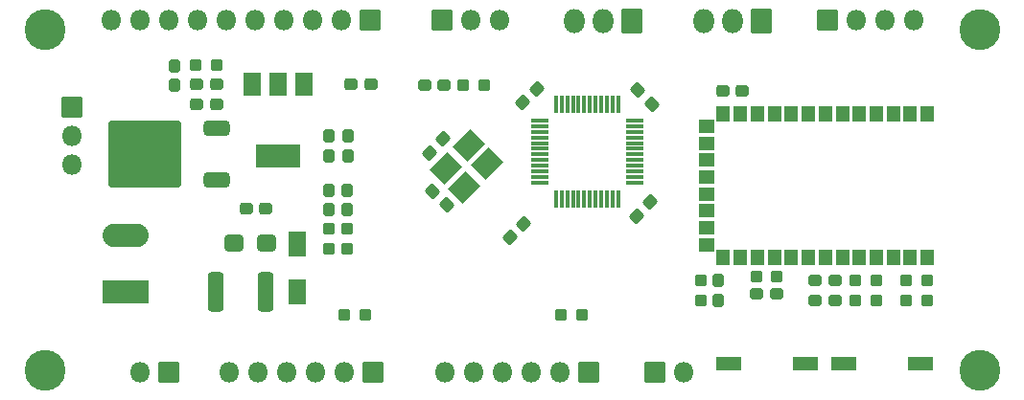
<source format=gbr>
%TF.GenerationSoftware,KiCad,Pcbnew,7.0.5*%
%TF.CreationDate,2023-07-07T02:12:31+07:00*%
%TF.ProjectId,snaaur_v1,736e6161-7572-45f7-9631-2e6b69636164,rev?*%
%TF.SameCoordinates,Original*%
%TF.FileFunction,Soldermask,Top*%
%TF.FilePolarity,Negative*%
%FSLAX46Y46*%
G04 Gerber Fmt 4.6, Leading zero omitted, Abs format (unit mm)*
G04 Created by KiCad (PCBNEW 7.0.5) date 2023-07-07 02:12:31*
%MOMM*%
%LPD*%
G01*
G04 APERTURE LIST*
G04 Aperture macros list*
%AMRoundRect*
0 Rectangle with rounded corners*
0 $1 Rounding radius*
0 $2 $3 $4 $5 $6 $7 $8 $9 X,Y pos of 4 corners*
0 Add a 4 corners polygon primitive as box body*
4,1,4,$2,$3,$4,$5,$6,$7,$8,$9,$2,$3,0*
0 Add four circle primitives for the rounded corners*
1,1,$1+$1,$2,$3*
1,1,$1+$1,$4,$5*
1,1,$1+$1,$6,$7*
1,1,$1+$1,$8,$9*
0 Add four rect primitives between the rounded corners*
20,1,$1+$1,$2,$3,$4,$5,0*
20,1,$1+$1,$4,$5,$6,$7,0*
20,1,$1+$1,$6,$7,$8,$9,0*
20,1,$1+$1,$8,$9,$2,$3,0*%
G04 Aperture macros list end*
%ADD10RoundRect,0.288300X-0.044194X-0.380070X0.380070X0.044194X0.044194X0.380070X-0.380070X-0.044194X0*%
%ADD11RoundRect,0.288300X-0.237500X0.250000X-0.237500X-0.250000X0.237500X-0.250000X0.237500X0.250000X0*%
%ADD12RoundRect,0.050800X-0.750000X1.045000X-0.750000X-1.045000X0.750000X-1.045000X0.750000X1.045000X0*%
%ADD13RoundRect,0.288300X0.237500X-0.250000X0.237500X0.250000X-0.237500X0.250000X-0.237500X-0.250000X0*%
%ADD14RoundRect,0.288300X0.380070X-0.044194X-0.044194X0.380070X-0.380070X0.044194X0.044194X-0.380070X0*%
%ADD15RoundRect,0.300800X0.537500X0.425000X-0.537500X0.425000X-0.537500X-0.425000X0.537500X-0.425000X0*%
%ADD16C,3.601600*%
%ADD17RoundRect,0.288300X0.250000X0.237500X-0.250000X0.237500X-0.250000X-0.237500X0.250000X-0.237500X0*%
%ADD18RoundRect,0.050800X-0.750000X1.000000X-0.750000X-1.000000X0.750000X-1.000000X0.750000X1.000000X0*%
%ADD19RoundRect,0.050800X-1.900000X1.000000X-1.900000X-1.000000X1.900000X-1.000000X1.900000X1.000000X0*%
%ADD20RoundRect,0.288300X-0.250000X-0.237500X0.250000X-0.237500X0.250000X0.237500X-0.250000X0.237500X0*%
%ADD21RoundRect,0.050800X1.080000X0.560000X-1.080000X0.560000X-1.080000X-0.560000X1.080000X-0.560000X0*%
%ADD22RoundRect,0.300800X-0.400000X-1.450000X0.400000X-1.450000X0.400000X1.450000X-0.400000X1.450000X0*%
%ADD23RoundRect,0.288300X-0.287500X-0.237500X0.287500X-0.237500X0.287500X0.237500X-0.287500X0.237500X0*%
%ADD24RoundRect,0.288300X-0.300000X-0.237500X0.300000X-0.237500X0.300000X0.237500X-0.300000X0.237500X0*%
%ADD25RoundRect,0.288300X0.044194X0.380070X-0.380070X-0.044194X-0.044194X-0.380070X0.380070X0.044194X0*%
%ADD26RoundRect,0.288300X0.237500X-0.287500X0.237500X0.287500X-0.237500X0.287500X-0.237500X-0.287500X0*%
%ADD27RoundRect,0.050800X0.850000X-0.850000X0.850000X0.850000X-0.850000X0.850000X-0.850000X-0.850000X0*%
%ADD28O,1.801600X1.801600*%
%ADD29RoundRect,0.050800X1.980000X-0.990000X1.980000X0.990000X-1.980000X0.990000X-1.980000X-0.990000X0*%
%ADD30O,4.061600X2.081600*%
%ADD31RoundRect,0.050800X-0.500000X0.650000X-0.500000X-0.650000X0.500000X-0.650000X0.500000X0.650000X0*%
%ADD32RoundRect,0.050800X-0.650000X-0.500000X0.650000X-0.500000X0.650000X0.500000X-0.650000X0.500000X0*%
%ADD33RoundRect,0.050800X0.500000X-0.650000X0.500000X0.650000X-0.500000X0.650000X-0.500000X-0.650000X0*%
%ADD34RoundRect,0.288300X-0.380070X0.044194X0.044194X-0.380070X0.380070X-0.044194X-0.044194X0.380070X0*%
%ADD35RoundRect,0.050800X-0.850000X-0.850000X0.850000X-0.850000X0.850000X0.850000X-0.850000X0.850000X0*%
%ADD36RoundRect,0.125800X-0.662500X-0.075000X0.662500X-0.075000X0.662500X0.075000X-0.662500X0.075000X0*%
%ADD37RoundRect,0.125800X-0.075000X-0.662500X0.075000X-0.662500X0.075000X0.662500X-0.075000X0.662500X0*%
%ADD38RoundRect,0.050800X0.106066X1.378858X-1.378858X-0.106066X-0.106066X-1.378858X1.378858X0.106066X0*%
%ADD39RoundRect,0.288300X-0.237500X0.300000X-0.237500X-0.300000X0.237500X-0.300000X0.237500X0.300000X0*%
%ADD40RoundRect,0.288300X-0.237500X0.287500X-0.237500X-0.287500X0.237500X-0.287500X0.237500X0.287500X0*%
%ADD41RoundRect,0.050800X-0.865000X1.015000X-0.865000X-1.015000X0.865000X-1.015000X0.865000X1.015000X0*%
%ADD42O,1.831600X2.131600*%
%ADD43RoundRect,0.050800X-0.850000X0.850000X-0.850000X-0.850000X0.850000X-0.850000X0.850000X0.850000X0*%
%ADD44RoundRect,0.288300X0.237500X-0.300000X0.237500X0.300000X-0.237500X0.300000X-0.237500X-0.300000X0*%
%ADD45RoundRect,0.300800X0.850000X0.350000X-0.850000X0.350000X-0.850000X-0.350000X0.850000X-0.350000X0*%
%ADD46RoundRect,0.300797X2.950003X2.650003X-2.950003X2.650003X-2.950003X-2.650003X2.950003X-2.650003X0*%
%ADD47RoundRect,0.288300X0.300000X0.237500X-0.300000X0.237500X-0.300000X-0.237500X0.300000X-0.237500X0*%
G04 APERTURE END LIST*
D10*
%TO.C,C11*%
X141932500Y-69812500D03*
X143152260Y-68592740D03*
%TD*%
D11*
%TO.C,R3*%
X165902000Y-81096000D03*
X165902000Y-82921000D03*
%TD*%
D12*
%TO.C,D1*%
X130264500Y-82133000D03*
X130264500Y-77873000D03*
%TD*%
D13*
%TO.C,R10*%
X133055500Y-78344750D03*
X133055500Y-76519750D03*
%TD*%
D14*
%TO.C,C9*%
X143427260Y-74437500D03*
X142207500Y-73217740D03*
%TD*%
D15*
%TO.C,C1*%
X127511500Y-77850000D03*
X124636500Y-77850000D03*
%TD*%
D16*
%TO.C,H3*%
X107950000Y-89050000D03*
%TD*%
%TO.C,H2*%
X190500000Y-89050000D03*
%TD*%
D17*
%TO.C,R21*%
X185864500Y-81146000D03*
X184039500Y-81146000D03*
%TD*%
D18*
%TO.C,U2*%
X130864000Y-63772000D03*
X128564000Y-63772000D03*
D19*
X128564000Y-70072000D03*
D18*
X126264000Y-63772000D03*
%TD*%
D20*
%TO.C,R16*%
X170791500Y-80772000D03*
X172616500Y-80772000D03*
%TD*%
D21*
%TO.C,NRST2*%
X185269000Y-88512000D03*
X178539000Y-88512000D03*
%TD*%
D17*
%TO.C,R6*%
X136212500Y-84200000D03*
X134387500Y-84200000D03*
%TD*%
%TO.C,R2*%
X146720632Y-63799522D03*
X144895632Y-63799522D03*
%TD*%
D22*
%TO.C,F1*%
X123037000Y-82162000D03*
X127487000Y-82162000D03*
%TD*%
D17*
%TO.C,R17*%
X181362500Y-81146000D03*
X179537500Y-81146000D03*
%TD*%
D23*
%TO.C,2V2*%
X175949000Y-81146000D03*
X177699000Y-81146000D03*
%TD*%
D24*
%TO.C,C15*%
X121391500Y-65517000D03*
X123116500Y-65517000D03*
%TD*%
D25*
%TO.C,C8*%
X161431880Y-74186120D03*
X160212120Y-75405880D03*
%TD*%
D17*
%TO.C,R7*%
X155387500Y-84200000D03*
X153562500Y-84200000D03*
%TD*%
D25*
%TO.C,C10*%
X150215880Y-76098120D03*
X148996120Y-77317880D03*
%TD*%
D23*
%TO.C,2V1*%
X170829000Y-82296000D03*
X172579000Y-82296000D03*
%TD*%
D26*
%TO.C,5V1*%
X119420000Y-63860000D03*
X119420000Y-62110000D03*
%TD*%
D27*
%TO.C,J2*%
X177062500Y-58095000D03*
D28*
X179602500Y-58095000D03*
X182142500Y-58095000D03*
X184682500Y-58095000D03*
%TD*%
D29*
%TO.C,J1*%
X115102000Y-82133000D03*
D30*
X115102000Y-77133000D03*
%TD*%
D31*
%TO.C,U4*%
X185875000Y-66370000D03*
X184375000Y-66370000D03*
X182875000Y-66370000D03*
X181375000Y-66370000D03*
X179875000Y-66370000D03*
X178375000Y-66370000D03*
X176875000Y-66370000D03*
X175375000Y-66370000D03*
X173875000Y-66370000D03*
X172375000Y-66370000D03*
X170875000Y-66370000D03*
X169375000Y-66370000D03*
X167875000Y-66370000D03*
D32*
X166375000Y-67470000D03*
X166375000Y-68970000D03*
X166375000Y-70470000D03*
X166375000Y-71970000D03*
X166375000Y-73470000D03*
X166375000Y-74970000D03*
X166375000Y-76470000D03*
X166375000Y-77970000D03*
D33*
X167875000Y-79070000D03*
X169375000Y-79070000D03*
X170875000Y-79070000D03*
X172375000Y-79070000D03*
X173875000Y-79070000D03*
X175375000Y-79070000D03*
X176875000Y-79070000D03*
X178375000Y-79070000D03*
X179875000Y-79070000D03*
X181375000Y-79070000D03*
X182875000Y-79070000D03*
X184375000Y-79070000D03*
X185875000Y-79070000D03*
%TD*%
D34*
%TO.C,C6*%
X160339120Y-64280120D03*
X161558880Y-65499880D03*
%TD*%
D35*
%TO.C,J11*%
X110316000Y-65771000D03*
D28*
X110316000Y-68311000D03*
X110316000Y-70851000D03*
%TD*%
D36*
%TO.C,U3*%
X151678000Y-66966000D03*
X151678000Y-67466000D03*
X151678000Y-67966000D03*
X151678000Y-68466000D03*
X151678000Y-68966000D03*
X151678000Y-69466000D03*
X151678000Y-69966000D03*
X151678000Y-70466000D03*
X151678000Y-70966000D03*
X151678000Y-71466000D03*
X151678000Y-71966000D03*
X151678000Y-72466000D03*
D37*
X153090500Y-73878500D03*
X153590500Y-73878500D03*
X154090500Y-73878500D03*
X154590500Y-73878500D03*
X155090500Y-73878500D03*
X155590500Y-73878500D03*
X156090500Y-73878500D03*
X156590500Y-73878500D03*
X157090500Y-73878500D03*
X157590500Y-73878500D03*
X158090500Y-73878500D03*
X158590500Y-73878500D03*
D36*
X160003000Y-72466000D03*
X160003000Y-71966000D03*
X160003000Y-71466000D03*
X160003000Y-70966000D03*
X160003000Y-70466000D03*
X160003000Y-69966000D03*
X160003000Y-69466000D03*
X160003000Y-68966000D03*
X160003000Y-68466000D03*
X160003000Y-67966000D03*
X160003000Y-67466000D03*
X160003000Y-66966000D03*
D37*
X158590500Y-65553500D03*
X158090500Y-65553500D03*
X157590500Y-65553500D03*
X157090500Y-65553500D03*
X156590500Y-65553500D03*
X156090500Y-65553500D03*
X155590500Y-65553500D03*
X155090500Y-65553500D03*
X154590500Y-65553500D03*
X154090500Y-65553500D03*
X153590500Y-65553500D03*
X153090500Y-65553500D03*
%TD*%
D38*
%TO.C,Y1*%
X145404512Y-69189142D03*
X143353902Y-71239752D03*
X144980248Y-72866098D03*
X147030858Y-70815488D03*
%TD*%
D39*
%TO.C,C7*%
X167426000Y-81146000D03*
X167426000Y-82871000D03*
%TD*%
D40*
%TO.C,5V2*%
X134675000Y-73114250D03*
X134675000Y-74864250D03*
%TD*%
D16*
%TO.C,H1*%
X190500000Y-58925000D03*
%TD*%
D24*
%TO.C,C2*%
X125719500Y-74802000D03*
X127444500Y-74802000D03*
%TD*%
D17*
%TO.C,R1*%
X123126500Y-62096000D03*
X121301500Y-62096000D03*
%TD*%
D13*
%TO.C,R8*%
X134675000Y-78344750D03*
X134675000Y-76519750D03*
%TD*%
D20*
%TO.C,R20*%
X184039500Y-82924000D03*
X185864500Y-82924000D03*
%TD*%
D23*
%TO.C,2V3*%
X175949000Y-82924000D03*
X177699000Y-82924000D03*
%TD*%
D41*
%TO.C,J9*%
X171196000Y-58166000D03*
D42*
X168656000Y-58166000D03*
X166116000Y-58166000D03*
%TD*%
D43*
%TO.C,J5*%
X118917000Y-89274000D03*
D28*
X116377000Y-89274000D03*
%TD*%
D24*
%TO.C,C3*%
X121391500Y-63739000D03*
X123116500Y-63739000D03*
%TD*%
D17*
%TO.C,R19*%
X181362500Y-82924000D03*
X179537500Y-82924000D03*
%TD*%
D43*
%TO.C,J6*%
X136946000Y-89274000D03*
D28*
X134406000Y-89274000D03*
X131866000Y-89274000D03*
X129326000Y-89274000D03*
X126786000Y-89274000D03*
X124246000Y-89274000D03*
%TD*%
D24*
%TO.C,C14*%
X167833500Y-64382000D03*
X169558500Y-64382000D03*
%TD*%
D39*
%TO.C,C4*%
X133075000Y-68357500D03*
X133075000Y-70082500D03*
%TD*%
D21*
%TO.C,NRST1*%
X175109000Y-88512000D03*
X168379000Y-88512000D03*
%TD*%
D27*
%TO.C,J3*%
X143031500Y-58095000D03*
D28*
X145571500Y-58095000D03*
X148111500Y-58095000D03*
%TD*%
D44*
%TO.C,C12*%
X134726000Y-70082500D03*
X134726000Y-68357500D03*
%TD*%
D16*
%TO.C,H4*%
X107950000Y-58925000D03*
%TD*%
D43*
%TO.C,J4*%
X136666500Y-58095000D03*
D28*
X134126500Y-58095000D03*
X131586500Y-58095000D03*
X129046500Y-58095000D03*
X126506500Y-58095000D03*
X123966500Y-58095000D03*
X121426500Y-58095000D03*
X118886500Y-58095000D03*
X116346500Y-58095000D03*
X113806500Y-58095000D03*
%TD*%
D40*
%TO.C,5V3*%
X133055500Y-73114250D03*
X133055500Y-74864250D03*
%TD*%
D41*
%TO.C,J10*%
X159766000Y-58166000D03*
D42*
X157226000Y-58166000D03*
X154686000Y-58166000D03*
%TD*%
D10*
%TO.C,C5*%
X150179120Y-65372880D03*
X151398880Y-64153120D03*
%TD*%
D27*
%TO.C,J7*%
X161833000Y-89274000D03*
D28*
X164373000Y-89274000D03*
%TD*%
D45*
%TO.C,U1*%
X123112000Y-72250000D03*
D46*
X116812000Y-69970000D03*
D45*
X123112000Y-67690000D03*
%TD*%
D23*
%TO.C,3V1*%
X141480632Y-63799522D03*
X143230632Y-63799522D03*
%TD*%
D43*
%TO.C,J8*%
X155996000Y-89274000D03*
D28*
X153456000Y-89274000D03*
X150916000Y-89274000D03*
X148376000Y-89274000D03*
X145836000Y-89274000D03*
X143296000Y-89274000D03*
%TD*%
D47*
%TO.C,C13*%
X136741700Y-63720500D03*
X135016700Y-63720500D03*
%TD*%
M02*

</source>
